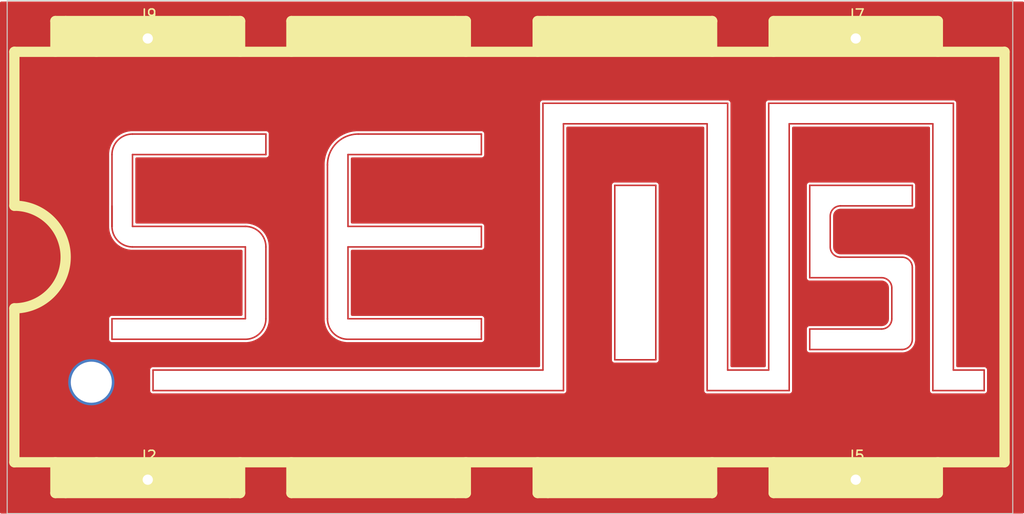
<source format=kicad_pcb>
(kicad_pcb (version 20221018) (generator pcbnew)
  (layers (0 "F.Cu" signal) (31 "B.Cu" signal) (34 "B.Paste" user) (35 "F.Paste" user) (36 "B.SilkS" user "B.Silkscreen") (37 "F.SilkS" user "F.Silkscreen") (38 "B.Mask" user) (39 "F.Mask" user) (44 "Edge.Cuts" user))
  (net 0 "")
  (footprint "Connector_PinHeader_2.54mm:PinHeader_1x01_P2.54mm_Vertical" (layer "F.Cu") (at 151.5 50.7)
    (fp_text reference "J7" (at 0 -2.33) (layer "F.SilkS"))
    (fp_text value "Conn_01x01_Male")
    (fp_line (start -1.33 -1.33) (end 0 -1.33) (stroke (width 0.12)) (layer "F.SilkS"))
    (fp_line (start -1.33 0) (end -1.33 -1.33) (stroke (width 0.12)) (layer "F.SilkS"))
    (fp_line (start -1.33 1.27) (end -1.33 1.33) (stroke (width 0.12)) (layer "F.SilkS"))
    (fp_line (start -1.33 1.27) (end 1.33 1.27) (stroke (width 0.12)) (layer "F.SilkS"))
    (fp_line (start -1.33 1.33) (end 1.33 1.33) (stroke (width 0.12)) (layer "F.SilkS"))
    (fp_line (start 1.33 1.27) (end 1.33 1.33) (stroke (width 0.12)) (layer "F.SilkS"))
    (pad "1" thru_hole rect (at 0 0) (size 1.7 1.7) (drill 1) (layers "*.Cu" "*.Mask"))
  )
  (footprint "Connector_PinHeader_2.54mm:PinHeader_1x01_P2.54mm_Vertical" (layer "F.Cu") (at 151.5 93.7)
    (fp_text reference "J5" (at 0 -2.33) (layer "F.SilkS"))
    (fp_text value "Conn_01x01_Male")
    (fp_line (start -1.33 -1.33) (end 0 -1.33) (stroke (width 0.12)) (layer "F.SilkS"))
    (fp_line (start -1.33 0) (end -1.33 -1.33) (stroke (width 0.12)) (layer "F.SilkS"))
    (fp_line (start -1.33 1.27) (end -1.33 1.33) (stroke (width 0.12)) (layer "F.SilkS"))
    (fp_line (start -1.33 1.27) (end 1.33 1.27) (stroke (width 0.12)) (layer "F.SilkS"))
    (fp_line (start -1.33 1.33) (end 1.33 1.33) (stroke (width 0.12)) (layer "F.SilkS"))
    (fp_line (start 1.33 1.27) (end 1.33 1.33) (stroke (width 0.12)) (layer "F.SilkS"))
    (pad "1" thru_hole rect (at 0 0) (size 1.7 1.7) (drill 1) (layers "*.Cu" "*.Mask"))
  )
  (footprint "Connector_PinHeader_2.54mm:PinHeader_1x01_P2.54mm_Vertical" (layer "F.Cu") (at 82.5 93.7)
    (fp_text reference "J2" (at 0 -2.33) (layer "F.SilkS"))
    (fp_text value "Conn_01x01_Male")
    (fp_line (start -1.33 -1.33) (end 0 -1.33) (stroke (width 0.12)) (layer "F.SilkS"))
    (fp_line (start -1.33 0) (end -1.33 -1.33) (stroke (width 0.12)) (layer "F.SilkS"))
    (fp_line (start -1.33 1.27) (end -1.33 1.33) (stroke (width 0.12)) (layer "F.SilkS"))
    (fp_line (start -1.33 1.27) (end 1.33 1.27) (stroke (width 0.12)) (layer "F.SilkS"))
    (fp_line (start -1.33 1.33) (end 1.33 1.33) (stroke (width 0.12)) (layer "F.SilkS"))
    (fp_line (start 1.33 1.27) (end 1.33 1.33) (stroke (width 0.12)) (layer "F.SilkS"))
    (pad "1" thru_hole rect (at 0 0) (size 1.7 1.7) (drill 1) (layers "*.Cu" "*.Mask"))
  )
  (footprint "Connector_PinHeader_2.54mm:PinHeader_1x01_P2.54mm_Vertical" (layer "F.Cu") (at 82.5 50.7)
    (fp_text reference "J9" (at 0 -2.33) (layer "F.SilkS"))
    (fp_text value "Conn_01x01_Male")
    (fp_line (start -1.33 -1.33) (end 0 -1.33) (stroke (width 0.12)) (layer "F.SilkS"))
    (fp_line (start -1.33 0) (end -1.33 -1.33) (stroke (width 0.12)) (layer "F.SilkS"))
    (fp_line (start -1.33 1.27) (end -1.33 1.33) (stroke (width 0.12)) (layer "F.SilkS"))
    (fp_line (start -1.33 1.27) (end 1.33 1.27) (stroke (width 0.12)) (layer "F.SilkS"))
    (fp_line (start -1.33 1.33) (end 1.33 1.33) (stroke (width 0.12)) (layer "F.SilkS"))
    (fp_line (start 1.33 1.27) (end 1.33 1.33) (stroke (width 0.12)) (layer "F.SilkS"))
    (pad "1" thru_hole rect (at 0 0) (size 1.7 1.7) (drill 1) (layers "*.Cu" "*.Mask"))
  )
  (gr_line (start 132.014214 82.014214) (end 132.014214 65.014214) (stroke (width 0.15)) (layer "F.Cu"))
  (gr_line (start 102.014214 78.014214) (end 115.014214 78.014214) (stroke (width 0.15)) (layer "F.Cu"))
  (gr_line (start 102.014214 80.014214) (end 115.014214 80.014214) (stroke (width 0.15)) (layer "F.Cu"))
  (gr_line (start 102.014214 69.014214) (end 102.014214 62.014214) (stroke (width 0.15)) (layer "F.Cu"))
  (gr_line (start 122.014214 57.014214) (end 121.014214 57.014214) (stroke (width 0.15)) (layer "F.Cu"))
  (gr_line (start 92.014214 71.014214) (end 92.014214 78.014214) (stroke (width 0.15)) (layer "F.Cu"))
  (gr_line (start 92.014214 71.014214) (end 81.014214 71.014214) (stroke (width 0.15)) (layer "F.Cu"))
  (gr_line (start 100.014214 63.014214) (end 100.014214 78.014214) (stroke (width 0.15)) (layer "F.Cu"))
  (gr_line (start 81.014214 69.014214) (end 92.014214 69.014214) (stroke (width 0.15)) (layer "F.Cu"))
  (gr_arc (start 156.014214 72.014214) (mid 156.721311 72.307117) (end 157.014214 73.014214) (stroke (width 0.15)) (layer "F.Cu"))
  (gr_arc (start 81.014214 71.014214) (mid 79.59999 70.428438) (end 79.014214 69.014214) (stroke (width 0.15)) (layer "F.Cu"))
  (gr_line (start 161.014214 83.014214) (end 161.014214 57.014214) (stroke (width 0.15)) (layer "F.Cu"))
  (gr_arc (start 102.014214 80.014214) (mid 100.59999 79.428438) (end 100.014214 78.014214) (stroke (width 0.15)) (layer "F.Cu"))
  (gr_line (start 81.014214 62.014214) (end 81.014214 69.014214) (stroke (width 0.15)) (layer "F.Cu"))
  (gr_line (start 139.014214 57.014214) (end 122.014214 57.014214) (stroke (width 0.15)) (layer "F.Cu"))
  (gr_line (start 79.014214 78.014214) (end 79.014214 80.014214) (stroke (width 0.15)) (layer "F.Cu"))
  (gr_line (start 115.014214 69.014214) (end 115.014214 71.014214) (stroke (width 0.15)) (layer "F.Cu"))
  (gr_line (start 147.014214 81.014214) (end 147.014214 79.014214) (stroke (width 0.15)) (layer "F.Cu"))
  (gr_arc (start 154.014214 74.014214) (mid 154.721311 74.307117) (end 155.014214 75.014214) (stroke (width 0.15)) (layer "F.Cu"))
  (gr_line (start 154.014214 74.014214) (end 147.014214 74.014214) (stroke (width 0.15)) (layer "F.Cu"))
  (gr_line (start 115.014214 78.014214) (end 115.014214 80.014214) (stroke (width 0.15)) (layer "F.Cu"))
  (gr_line (start 83.014214 85.014214) (end 123.014214 85.014214) (stroke (width 0.15)) (layer "F.Cu"))
  (gr_line (start 121.014214 83.014214) (end 83.014214 83.014214) (stroke (width 0.15)) (layer "F.Cu"))
  (gr_arc (start 92.014214 69.014214) (mid 93.428418 69.60001) (end 94.014214 71.014214) (stroke (width 0.15)) (layer "F.Cu"))
  (gr_line (start 137.014214 85.014214) (end 145.014214 85.014214) (stroke (width 0.15)) (layer "F.Cu"))
  (gr_line (start 159.014214 59.014214) (end 159.014214 85.014214) (stroke (width 0.15)) (layer "F.Cu"))
  (gr_line (start 123.014214 85.014214) (end 123.014214 59.014214) (stroke (width 0.15)) (layer "F.Cu"))
  (gr_line (start 102.014214 71.014214) (end 115.014214 71.014214) (stroke (width 0.15)) (layer "F.Cu"))
  (gr_line (start 157.014214 67.014214) (end 150.014214 67.014214) (stroke (width 0.15)) (layer "F.Cu"))
  (gr_line (start 115.014214 60.014214) (end 103.014214 60.014214) (stroke (width 0.15)) (layer "F.Cu"))
  (gr_line (start 147.014214 74.014214) (end 147.014214 65.014214) (stroke (width 0.15)) (layer "F.Cu"))
  (gr_line (start 128.014214 65.014214) (end 128.014214 82.014214) (stroke (width 0.15)) (layer "F.Cu"))
  (gr_line (start 156.014214 81.014214) (end 147.014214 81.014214) (stroke (width 0.15)) (layer "F.Cu"))
  (gr_line (start 155.014214 78.014214) (end 155.014214 75.014214) (stroke (width 0.15)) (layer "F.Cu"))
  (gr_line (start 139.014214 83.014214) (end 139.014214 57.014214) (stroke (width 0.15)) (layer "F.Cu"))
  (gr_line (start 137.014214 59.014214) (end 137.014214 85.014214) (stroke (width 0.15)) (layer "F.Cu"))
  (gr_arc (start 149.014214 68.014214) (mid 149.307103 67.307103) (end 150.014214 67.014214) (stroke (width 0.15)) (layer "F.Cu"))
  (gr_line (start 161.014214 57.014214) (end 143.014214 57.014214) (stroke (width 0.15)) (layer "F.Cu"))
  (gr_line (start 79.014214 69.014214) (end 79.014214 67.014214) (stroke (width 0.15)) (layer "F.Cu"))
  (gr_line (start 157.014214 65.014214) (end 157.014214 67.014214) (stroke (width 0.15)) (layer "F.Cu"))
  (gr_arc (start 157.014214 80.014214) (mid 156.721317 80.721317) (end 156.014214 81.014214) (stroke (width 0.15)) (layer "F.Cu"))
  (gr_line (start 94.014214 60.014214) (end 81.014214 60.014214) (stroke (width 0.15)) (layer "F.Cu"))
  (gr_line (start 121.014214 57.014214) (end 121.014214 83.014214) (stroke (width 0.15)) (layer "F.Cu"))
  (gr_arc (start 79.014214 62.014214) (mid 79.599996 60.599996) (end 81.014214 60.014214) (stroke (width 0.15)) (layer "F.Cu"))
  (gr_line (start 147.014214 79.014214) (end 154.014214 79.014214) (stroke (width 0.15)) (layer "F.Cu"))
  (gr_line (start 132.014214 65.014214) (end 128.014214 65.014214) (stroke (width 0.15)) (layer "F.Cu"))
  (gr_line (start 150.014214 72.014214) (end 156.014214 72.014214) (stroke (width 0.15)) (layer "F.Cu"))
  (gr_line (start 139.014214 83.014214) (end 143.014214 83.014214) (stroke (width 0.15)) (layer "F.Cu"))
  (gr_line (start 115.014214 69.014214) (end 102.014214 69.014214) (stroke (width 0.15)) (layer "F.Cu"))
  (gr_line (start 94.014214 60.014214) (end 94.014214 62.014214) (stroke (width 0.15)) (layer "F.Cu"))
  (gr_line (start 123.014214 59.014214) (end 137.014214 59.014214) (stroke (width 0.15)) (layer "F.Cu"))
  (gr_line (start 159.014214 85.014214) (end 164.014214 85.014214) (stroke (width 0.15)) (layer "F.Cu"))
  (gr_line (start 145.014214 85.014214) (end 145.014214 59.014214) (stroke (width 0.15)) (layer "F.Cu"))
  (gr_line (start 143.014214 83.014214) (end 143.014214 57.014214) (stroke (width 0.15)) (layer "F.Cu"))
  (gr_line (start 149.014214 68.014214) (end 149.014214 71.014214) (stroke (width 0.15)) (layer "F.Cu"))
  (gr_line (start 79.014214 80.014214) (end 92.014214 80.014214) (stroke (width 0.15)) (layer "F.Cu"))
  (gr_line (start 164.014214 85.014214) (end 164.014214 83.014214) (stroke (width 0.15)) (layer "F.Cu"))
  (gr_line (start 147.014214 65.014214) (end 157.014214 65.014214) (stroke (width 0.15)) (layer "F.Cu"))
  (gr_line (start 92.014214 78.014214) (end 79.014214 78.014214) (stroke (width 0.15)) (layer "F.Cu"))
  (gr_line (start 128.014214 82.014214) (end 132.014214 82.014214) (stroke (width 0.15)) (layer "F.Cu"))
  (gr_line (start 79.014214 62.014214) (end 79.014214 69.014214) (stroke (width 0.15)) (layer "F.Cu"))
  (gr_arc (start 155.014214 78.014214) (mid 154.721317 78.721317) (end 154.014214 79.014214) (stroke (width 0.15)) (layer "F.Cu"))
  (gr_line (start 94.014214 71.014214) (end 94.014214 78.014214) (stroke (width 0.15)) (layer "F.Cu"))
  (gr_arc (start 100.014214 63.014214) (mid 100.89289 60.89289) (end 103.014214 60.014214) (stroke (width 0.15)) (layer "F.Cu"))
  (gr_line (start 145.014214 59.014214) (end 159.014214 59.014214) (stroke (width 0.15)) (layer "F.Cu"))
  (gr_line (start 115.014214 60.014214) (end 115.014214 62.014214) (stroke (width 0.15)) (layer "F.Cu"))
  (gr_arc (start 150.014214 72.014214) (mid 149.307097 71.721331) (end 149.014214 71.014214) (stroke (width 0.15)) (layer "F.Cu"))
  (gr_line (start 157.014214 73.014214) (end 157.014214 80.014214) (stroke (width 0.15)) (layer "F.Cu"))
  (gr_line (start 102.014214 62.014214) (end 115.014214 62.014214) (stroke (width 0.15)) (layer "F.Cu"))
  (gr_line (start 102.014214 71.014214) (end 102.014214 78.014214) (stroke (width 0.15)) (layer "F.Cu"))
  (gr_line (start 164.014214 83.014214) (end 161.014214 83.014214) (stroke (width 0.15)) (layer "F.Cu"))
  (gr_line (start 94.014214 62.014214) (end 81.014214 62.014214) (stroke (width 0.15)) (layer "F.Cu"))
  (gr_line (start 83.014214 83.014214) (end 83.014214 85.014214) (stroke (width 0.15)) (layer "F.Cu"))
  (gr_arc (start 94.014214 78.014214) (mid 93.428423 79.428423) (end 92.014214 80.014214) (stroke (width 0.15)) (layer "F.Cu"))
  (gr_line (start 113.5 49) (end 113.5 52) (stroke (width 1)) (layer "F.SilkS"))
  (gr_line (start 137.5 49) (end 137.5 52) (stroke (width 1)) (layer "F.SilkS"))
  (gr_line (start 112.5 49) (end 113.5 49) (stroke (width 1)) (layer "F.SilkS"))
  (gr_line (start 166 52) (end 166 92) (stroke (width 1)) (layer "F.SilkS"))
  (gr_line (start 137.5 49) (end 121.5 49) (stroke (width 1)) (layer "F.SilkS"))
  (gr_line (start 120.5 95) (end 120.5 92) (stroke (width 1)) (layer "F.SilkS"))
  (gr_line (start 69.5 92) (end 77.5 92) (stroke (width 1)) (layer "F.SilkS"))
  (gr_line (start 74.5 49) (end 90.5 49) (stroke (width 1)) (layer "F.SilkS"))
  (gr_line (start 77.5 92) (end 166 92) (stroke (width 1)) (layer "F.SilkS"))
  (gr_line (start 112.5 95) (end 113.5 95) (stroke (width 1)) (layer "F.SilkS"))
  (gr_line (start 69.5 52) (end 69.5 67) (stroke (width 1)) (layer "F.SilkS"))
  (gr_line (start 69.5 52) (end 77.5 52) (stroke (width 1)) (layer "F.SilkS"))
  (gr_line (start 69.5 77) (end 69.5 92) (stroke (width 1)) (layer "F.SilkS"))
  (gr_line (start 91.5 95) (end 91.5 92) (stroke (width 1)) (layer "F.SilkS"))
  (gr_line (start 91.5 49) (end 91.5 52) (stroke (width 1)) (layer "F.SilkS"))
  (gr_line (start 73.5 95) (end 73.5 92) (stroke (width 1)) (layer "F.SilkS"))
  (gr_line (start 143.5 95) (end 143.5 92) (stroke (width 1)) (layer "F.SilkS"))
  (gr_line (start 120.5 49) (end 120.5 52) (stroke (width 1)) (layer "F.SilkS"))
  (gr_line (start 77.5 52) (end 166 52) (stroke (width 1)) (layer "F.SilkS"))
  (gr_line (start 159.5 49) (end 159.5 52) (stroke (width 1)) (layer "F.SilkS"))
  (gr_line (start 90.5 95) (end 91.5 95) (stroke (width 1)) (layer "F.SilkS"))
  (gr_line (start 96.5 95) (end 112.5 95) (stroke (width 1)) (layer "F.SilkS"))
  (gr_line (start 96.5 49) (end 112.5 49) (stroke (width 1)) (layer "F.SilkS"))
  (gr_line (start 159.5 95) (end 159.5 92) (stroke (width 1)) (layer "F.SilkS"))
  (gr_line (start 159.5 49) (end 143.5 49) (stroke (width 1)) (layer "F.SilkS"))
  (gr_line (start 73.5 49) (end 74.5 49) (stroke (width 1)) (layer "F.SilkS"))
  (gr_line (start 121.5 49) (end 120.5 49) (stroke (width 1)) (layer "F.SilkS"))
  (gr_line (start 137.5 95) (end 137.5 92) (stroke (width 1)) (layer "F.SilkS"))
  (gr_line (start 73.5 49) (end 73.5 52) (stroke (width 1)) (layer "F.SilkS"))
  (gr_line (start 113.5 95) (end 113.5 92) (stroke (width 1)) (layer "F.SilkS"))
  (gr_line (start 73.5 95) (end 73.5 94) (stroke (width 0.15)) (layer "F.SilkS"))
  (gr_line (start 137.5 49) (end 137.5 49) (stroke (width 1)) (layer "F.SilkS"))
  (gr_arc (start 69.5 67) (mid 74.5 72) (end 69.5 77) (stroke (width 1)) (layer "F.SilkS"))
  (gr_line (start 74.5 95) (end 90.5 95) (stroke (width 1)) (layer "F.SilkS"))
  (gr_line (start 96.5 49) (end 96.5 52) (stroke (width 1)) (layer "F.SilkS"))
  (gr_line (start 90.5 49) (end 91.5 49) (stroke (width 1)) (layer "F.SilkS"))
  (gr_line (start 96.5 95) (end 96.5 92) (stroke (width 1)) (layer "F.SilkS"))
  (gr_line (start 73.5 49) (end 73.5 50) (stroke (width 0.15)) (layer "F.SilkS"))
  (gr_line (start 159.5 95) (end 143.5 95) (stroke (width 1)) (layer "F.SilkS"))
  (gr_line (start 137.5 95) (end 121.5 95) (stroke (width 1)) (layer "F.SilkS"))
  (gr_line (start 137.5 95) (end 137.5 95) (stroke (width 1)) (layer "F.SilkS"))
  (gr_line (start 73.5 95) (end 74.5 95) (stroke (width 1)) (layer "F.SilkS"))
  (gr_line (start 143.5 49) (end 143.5 52) (stroke (width 1)) (layer "F.SilkS"))
  (gr_line (start 121.5 95) (end 120.5 95) (stroke (width 1)) (layer "F.SilkS"))
  (gr_line (start 166.8 97) (end 68.8 97) (stroke (width 0.1)) (layer "Edge.Cuts"))
  (gr_line (start 68.8 47) (end 68.8 97) (stroke (width 0.1)) (layer "Edge.Cuts"))
  (gr_line (start 68.8 47) (end 166.8 47) (stroke (width 0.1)) (layer "Edge.Cuts"))
  (gr_line (start 166.8 47) (end 166.8 97) (stroke (width 0.1)) (layer "Edge.Cuts"))
  (via (at 77 84.2) (size 4.5) (drill 4) (layers "F.Cu" "B.Cu") (net 0))
  (zone (net 0) (net_name "") (layer "F.Cu") (priority 1) (connect_pads (clearance 0)) (min_thickness 0.25) (fill yes (thermal_gap 0.5) (thermal_bridge_width 0.5))
    (polygon (pts (xy 167.9 97) (xy 68.1 97) (xy 68.1 47.1) (xy 167.9 47.1)))
  )
  (zone (net 0) (net_name "") (layer "F.SilkS") (connect_pads (clearance 0.5)) (min_thickness 0.25) (fill yes (thermal_gap 0.5) (thermal_bridge_width 0.5))
    (polygon (pts (xy 121 49) (xy 137.5 49) (xy 137.5 52) (xy 120.5 52)))
  )
  (zone (net 0) (net_name "") (layer "F.SilkS") (connect_pads (clearance 0.5)) (min_thickness 0.25) (fill yes (thermal_gap 0.5) (thermal_bridge_width 0.5))
    (polygon (pts (xy 91.5 92) (xy 91.5 95) (xy 73.5 94.5) (xy 73.5 92)))
  )
  (zone (net 0) (net_name "") (layer "F.SilkS") (connect_pads (clearance 0.5)) (min_thickness 0.25) (fill yes (thermal_gap 0.5) (thermal_bridge_width 0.5))
    (polygon (pts (xy 159.5 92) (xy 159.5 95) (xy 143.5 95) (xy 143.5 92)))
  )
  (zone (net 0) (net_name "") (layer "F.SilkS") (connect_pads (clearance 0.5)) (min_thickness 0.25) (fill yes (thermal_gap 0.5) (thermal_bridge_width 0.5))
    (polygon (pts (xy 96.5 92) (xy 96.5 95) (xy 113.5 95) (xy 113.5 92)))
  )
  (zone (net 0) (net_name "") (layer "F.SilkS") (connect_pads (clearance 0.5)) (min_thickness 0.25) (fill yes (thermal_gap 0.5) (thermal_bridge_width 0.5))
    (polygon (pts (xy 113.5 52) (xy 96.5 52) (xy 96.5 49) (xy 113.5 49)))
  )
  (zone (net 0) (net_name "") (layer "F.SilkS") (connect_pads (clearance 0.5)) (min_thickness 0.25) (fill yes (thermal_gap 0.5) (thermal_bridge_width 0.5))
    (polygon (pts (xy 73.5 49) (xy 91.5 49) (xy 91.5 52) (xy 73.5 52)))
  )
  (zone (net 0) (net_name "") (layer "F.SilkS") (connect_pads (clearance 0.5)) (min_thickness 0.25) (fill yes (thermal_gap 0.5) (thermal_bridge_width 0.5))
    (polygon (pts (xy 143.5 49) (xy 143.5 52) (xy 159.5 52) (xy 159.5 49) (xy 148.5 49)))
  )
  (zone (net 0) (net_name "") (layer "F.SilkS") (connect_pads (clearance 0.5)) (min_thickness 0.25) (fill yes (thermal_gap 0.5) (thermal_bridge_width 0.5))
    (polygon (pts (xy 120.5 92) (xy 120.5 95) (xy 137.5 95) (xy 137.5 92)))
  )
)
</source>
